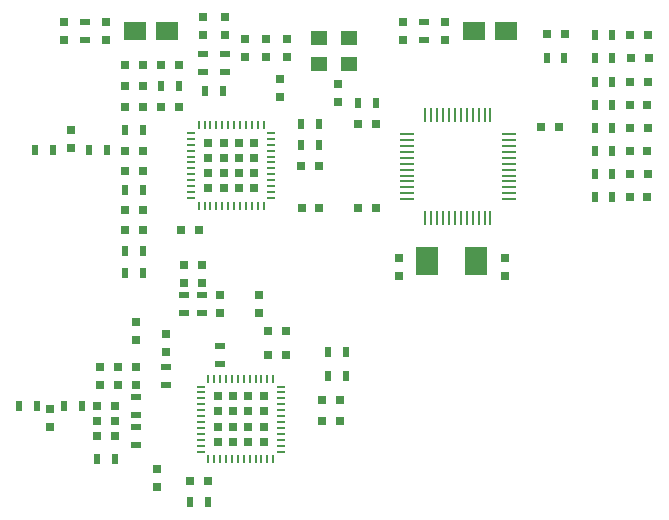
<source format=gtp>
G04 #@! TF.FileFunction,Paste,Top*
%FSLAX46Y46*%
G04 Gerber Fmt 4.6, Leading zero omitted, Abs format (unit mm)*
G04 Created by KiCad (PCBNEW 4.0.7) date 01/27/18 12:09:31*
%MOMM*%
%LPD*%
G01*
G04 APERTURE LIST*
%ADD10C,0.100000*%
%ADD11R,0.700000X0.250000*%
%ADD12R,0.250000X0.700000*%
%ADD13R,0.772500X0.772500*%
%ADD14R,0.250000X1.300000*%
%ADD15R,1.300000X0.250000*%
%ADD16R,1.900000X2.400000*%
%ADD17R,0.750000X0.800000*%
%ADD18R,0.800000X0.750000*%
%ADD19R,0.797560X0.797560*%
%ADD20R,0.500000X0.900000*%
%ADD21R,0.900000X0.500000*%
%ADD22R,1.950000X1.500000*%
%ADD23R,1.400000X1.200000*%
G04 APERTURE END LIST*
D10*
D11*
X96113750Y-50515750D03*
X96113750Y-51015750D03*
X96113750Y-51515750D03*
X96113750Y-52015750D03*
X96113750Y-52515750D03*
X96113750Y-53015750D03*
X96113750Y-53515750D03*
X96113750Y-54015750D03*
X96113750Y-54515750D03*
X96113750Y-55015750D03*
X96113750Y-55515750D03*
X96113750Y-56015750D03*
D12*
X96763750Y-56665750D03*
X97263750Y-56665750D03*
X97763750Y-56665750D03*
X98263750Y-56665750D03*
X98763750Y-56665750D03*
X99263750Y-56665750D03*
X99763750Y-56665750D03*
X100263750Y-56665750D03*
X100763750Y-56665750D03*
X101263750Y-56665750D03*
X101763750Y-56665750D03*
X102263750Y-56665750D03*
D11*
X102913750Y-56015750D03*
X102913750Y-55515750D03*
X102913750Y-55015750D03*
X102913750Y-54515750D03*
X102913750Y-54015750D03*
X102913750Y-53515750D03*
X102913750Y-53015750D03*
X102913750Y-52515750D03*
X102913750Y-52015750D03*
X102913750Y-51515750D03*
X102913750Y-51015750D03*
X102913750Y-50515750D03*
D12*
X102263750Y-49865750D03*
X101763750Y-49865750D03*
X101263750Y-49865750D03*
X100763750Y-49865750D03*
X100263750Y-49865750D03*
X99763750Y-49865750D03*
X99263750Y-49865750D03*
X98763750Y-49865750D03*
X98263750Y-49865750D03*
X97763750Y-49865750D03*
X97263750Y-49865750D03*
X96763750Y-49865750D03*
D13*
X101445000Y-55197000D03*
X101445000Y-53909500D03*
X101445000Y-52622000D03*
X101445000Y-51334500D03*
X100157500Y-55197000D03*
X100157500Y-53909500D03*
X100157500Y-52622000D03*
X100157500Y-51334500D03*
X98870000Y-55197000D03*
X98870000Y-53909500D03*
X98870000Y-52622000D03*
X98870000Y-51334500D03*
X97582500Y-55197000D03*
X97582500Y-53909500D03*
X97582500Y-52622000D03*
X97582500Y-51334500D03*
D14*
X115970000Y-57722000D03*
X116470000Y-57722000D03*
X116970000Y-57722000D03*
X117470000Y-57722000D03*
X117970000Y-57722000D03*
X118470000Y-57722000D03*
X118970000Y-57722000D03*
X119470000Y-57722000D03*
X119970000Y-57722000D03*
X120470000Y-57722000D03*
X120970000Y-57722000D03*
X121470000Y-57722000D03*
D15*
X123070000Y-56122000D03*
X123070000Y-55622000D03*
X123070000Y-55122000D03*
X123070000Y-54622000D03*
X123070000Y-54122000D03*
X123070000Y-53622000D03*
X123070000Y-53122000D03*
X123070000Y-52622000D03*
X123070000Y-52122000D03*
X123070000Y-51622000D03*
X123070000Y-51122000D03*
X123070000Y-50622000D03*
D14*
X121470000Y-49022000D03*
X120970000Y-49022000D03*
X120470000Y-49022000D03*
X119970000Y-49022000D03*
X119470000Y-49022000D03*
X118970000Y-49022000D03*
X118470000Y-49022000D03*
X117970000Y-49022000D03*
X117470000Y-49022000D03*
X116970000Y-49022000D03*
X116470000Y-49022000D03*
X115970000Y-49022000D03*
D15*
X114370000Y-50622000D03*
X114370000Y-51122000D03*
X114370000Y-51622000D03*
X114370000Y-52122000D03*
X114370000Y-52622000D03*
X114370000Y-53122000D03*
X114370000Y-53622000D03*
X114370000Y-54122000D03*
X114370000Y-54622000D03*
X114370000Y-55122000D03*
X114370000Y-55622000D03*
X114370000Y-56122000D03*
D16*
X116120000Y-61372000D03*
X120220000Y-61372000D03*
D17*
X85979000Y-51804000D03*
X85979000Y-50304000D03*
D18*
X90563000Y-48323500D03*
X92063000Y-48323500D03*
X90563000Y-46545500D03*
X92063000Y-46545500D03*
X92070000Y-52022000D03*
X90570000Y-52022000D03*
X92063000Y-53721000D03*
X90563000Y-53721000D03*
X92070000Y-57023000D03*
X90570000Y-57023000D03*
X92063000Y-58737500D03*
X90563000Y-58737500D03*
X92063000Y-44767500D03*
X90563000Y-44767500D03*
X95111000Y-48323500D03*
X93611000Y-48323500D03*
X95262000Y-58737500D03*
X96762000Y-58737500D03*
X95105000Y-44767500D03*
X93605000Y-44767500D03*
D17*
X97155000Y-42215500D03*
X97155000Y-40715500D03*
X98996500Y-42215500D03*
X98996500Y-40715500D03*
X100711000Y-44057000D03*
X100711000Y-42557000D03*
X102489000Y-42557000D03*
X102489000Y-44057000D03*
D18*
X126250000Y-42164000D03*
X127750000Y-42164000D03*
D17*
X104203500Y-44057000D03*
X104203500Y-42557000D03*
X103632000Y-45986000D03*
X103632000Y-47486000D03*
X108585000Y-46367000D03*
X108585000Y-47867000D03*
D18*
X106985500Y-56896000D03*
X105485500Y-56896000D03*
D17*
X113720000Y-62622000D03*
X113720000Y-61122000D03*
D18*
X106922000Y-53340000D03*
X105422000Y-53340000D03*
D17*
X122720000Y-62622000D03*
X122720000Y-61122000D03*
D18*
X111748000Y-56896000D03*
X110248000Y-56896000D03*
X125742000Y-50038000D03*
X127242000Y-50038000D03*
X111748000Y-49784000D03*
X110248000Y-49784000D03*
D19*
X133362700Y-44196000D03*
X134861300Y-44196000D03*
X133302700Y-42242000D03*
X134801300Y-42242000D03*
X133302700Y-46166000D03*
X134801300Y-46166000D03*
X133262700Y-48128000D03*
X134761300Y-48128000D03*
X133302700Y-50090000D03*
X134801300Y-50090000D03*
X133262700Y-52052000D03*
X134761300Y-52052000D03*
X133302700Y-54014000D03*
X134801300Y-54014000D03*
X133262700Y-55976000D03*
X134761300Y-55976000D03*
D20*
X82943000Y-51943000D03*
X84443000Y-51943000D03*
X87515000Y-51943000D03*
X89015000Y-51943000D03*
X92063000Y-50292000D03*
X90563000Y-50292000D03*
X90570000Y-55372000D03*
X92070000Y-55372000D03*
X110248000Y-48006000D03*
X111748000Y-48006000D03*
X92063000Y-62357000D03*
X90563000Y-62357000D03*
X92063000Y-60515500D03*
X90563000Y-60515500D03*
X95105000Y-46545500D03*
X93605000Y-46545500D03*
D21*
X97155000Y-45327000D03*
X97155000Y-43827000D03*
X98996500Y-45327000D03*
X98996500Y-43827000D03*
D20*
X127738000Y-44196000D03*
X126238000Y-44196000D03*
X106922000Y-49784000D03*
X105422000Y-49784000D03*
X106922000Y-51562000D03*
X105422000Y-51562000D03*
X131802000Y-42242000D03*
X130302000Y-42242000D03*
X131802000Y-46166000D03*
X130302000Y-46166000D03*
X131802000Y-48128000D03*
X130302000Y-48128000D03*
X131802000Y-50090000D03*
X130302000Y-50090000D03*
X131802000Y-52052000D03*
X130302000Y-52052000D03*
X131802000Y-54014000D03*
X130302000Y-54014000D03*
X131802000Y-55976000D03*
X130302000Y-55976000D03*
X130302000Y-44204000D03*
X131802000Y-44204000D03*
D17*
X114046000Y-41148000D03*
X114046000Y-42648000D03*
D22*
X120037000Y-41910000D03*
X122787000Y-41910000D03*
D17*
X117602000Y-42660000D03*
X117602000Y-41160000D03*
X85356000Y-41160000D03*
X85356000Y-42660000D03*
D22*
X91335000Y-41910000D03*
X94085000Y-41910000D03*
D17*
X88900000Y-42660000D03*
X88900000Y-41160000D03*
D21*
X115824000Y-41160000D03*
X115824000Y-42660000D03*
X87122000Y-41160000D03*
X87122000Y-42660000D03*
D17*
X84201000Y-75426000D03*
X84201000Y-73926000D03*
X91440000Y-70370000D03*
X91440000Y-71870000D03*
X89916000Y-70370000D03*
X89916000Y-71870000D03*
D18*
X88150000Y-73660000D03*
X89650000Y-73660000D03*
X88150000Y-74930000D03*
X89650000Y-74930000D03*
X88150000Y-76200000D03*
X89650000Y-76200000D03*
D17*
X93218000Y-80506000D03*
X93218000Y-79006000D03*
X93980000Y-67576000D03*
X93980000Y-69076000D03*
X88392000Y-70370000D03*
X88392000Y-71870000D03*
D18*
X97524000Y-80010000D03*
X96024000Y-80010000D03*
D17*
X91440000Y-68060000D03*
X91440000Y-66560000D03*
X95504000Y-61734000D03*
X95504000Y-63234000D03*
X97028000Y-61734000D03*
X97028000Y-63234000D03*
X98552000Y-64274000D03*
X98552000Y-65774000D03*
X101854000Y-65774000D03*
X101854000Y-64274000D03*
D18*
X104128000Y-67310000D03*
X102628000Y-67310000D03*
X107200000Y-74930000D03*
X108700000Y-74930000D03*
X107200000Y-73152000D03*
X108700000Y-73152000D03*
D20*
X81546000Y-73660000D03*
X83046000Y-73660000D03*
X85356000Y-73660000D03*
X86856000Y-73660000D03*
D21*
X91440000Y-74410000D03*
X91440000Y-72910000D03*
X91440000Y-76950000D03*
X91440000Y-75450000D03*
X98552000Y-70092000D03*
X98552000Y-68592000D03*
D20*
X89650000Y-78105000D03*
X88150000Y-78105000D03*
X96024000Y-81788000D03*
X97524000Y-81788000D03*
D21*
X93980000Y-71870000D03*
X93980000Y-70370000D03*
X95504000Y-65774000D03*
X95504000Y-64274000D03*
X97028000Y-65774000D03*
X97028000Y-64274000D03*
D20*
X109208000Y-69088000D03*
X107708000Y-69088000D03*
X109208000Y-71120000D03*
X107708000Y-71120000D03*
D11*
X96930000Y-71989500D03*
X96930000Y-72489500D03*
X96930000Y-72989500D03*
X96930000Y-73489500D03*
X96930000Y-73989500D03*
X96930000Y-74489500D03*
X96930000Y-74989500D03*
X96930000Y-75489500D03*
X96930000Y-75989500D03*
X96930000Y-76489500D03*
X96930000Y-76989500D03*
X96930000Y-77489500D03*
D12*
X97580000Y-78139500D03*
X98080000Y-78139500D03*
X98580000Y-78139500D03*
X99080000Y-78139500D03*
X99580000Y-78139500D03*
X100080000Y-78139500D03*
X100580000Y-78139500D03*
X101080000Y-78139500D03*
X101580000Y-78139500D03*
X102080000Y-78139500D03*
X102580000Y-78139500D03*
X103080000Y-78139500D03*
D11*
X103730000Y-77489500D03*
X103730000Y-76989500D03*
X103730000Y-76489500D03*
X103730000Y-75989500D03*
X103730000Y-75489500D03*
X103730000Y-74989500D03*
X103730000Y-74489500D03*
X103730000Y-73989500D03*
X103730000Y-73489500D03*
X103730000Y-72989500D03*
X103730000Y-72489500D03*
X103730000Y-71989500D03*
D12*
X103080000Y-71339500D03*
X102580000Y-71339500D03*
X102080000Y-71339500D03*
X101580000Y-71339500D03*
X101080000Y-71339500D03*
X100580000Y-71339500D03*
X100080000Y-71339500D03*
X99580000Y-71339500D03*
X99080000Y-71339500D03*
X98580000Y-71339500D03*
X98080000Y-71339500D03*
X97580000Y-71339500D03*
D13*
X102261250Y-76670750D03*
X102261250Y-75383250D03*
X102261250Y-74095750D03*
X102261250Y-72808250D03*
X100973750Y-76670750D03*
X100973750Y-75383250D03*
X100973750Y-74095750D03*
X100973750Y-72808250D03*
X99686250Y-76670750D03*
X99686250Y-75383250D03*
X99686250Y-74095750D03*
X99686250Y-72808250D03*
X98398750Y-76670750D03*
X98398750Y-75383250D03*
X98398750Y-74095750D03*
X98398750Y-72808250D03*
D18*
X104128000Y-69342000D03*
X102628000Y-69342000D03*
D20*
X97294000Y-46990000D03*
X98794000Y-46990000D03*
D23*
X109474000Y-42461000D03*
X106934000Y-42461000D03*
X106934000Y-44661000D03*
X109474000Y-44661000D03*
M02*

</source>
